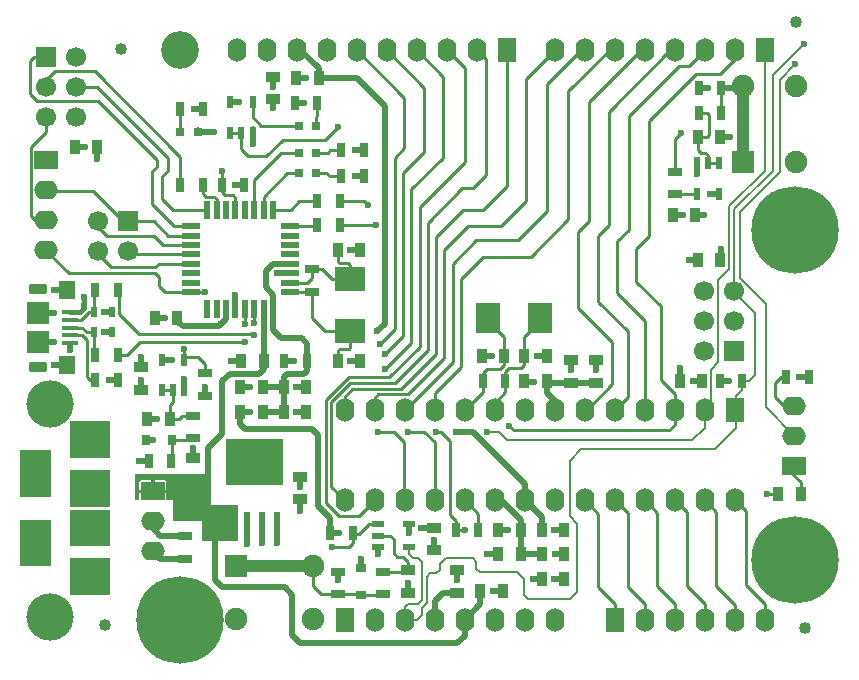
<source format=gtl>
G04 Layer_Physical_Order=1*
G04 Layer_Color=255*
%FSLAX44Y44*%
%MOMM*%
G71*
G01*
G75*
%ADD10R,0.9000X1.3000*%
%ADD11R,1.3000X0.9000*%
%ADD12R,0.6000X0.9000*%
%ADD13R,1.3000X0.7000*%
%ADD14R,0.7000X1.3000*%
%ADD15R,0.5500X1.5000*%
%ADD16R,1.5000X0.5500*%
%ADD17R,2.5000X1.0000*%
%ADD18R,0.6000X1.1000*%
%ADD19R,1.1000X0.6000*%
%ADD20C,1.0160*%
%ADD21R,1.6000X3.0000*%
%ADD22R,0.8500X0.6500*%
%ADD23R,0.6500X0.8500*%
%ADD24R,0.8000X0.8000*%
%ADD25R,0.6000X2.2000*%
%ADD26R,3.4500X2.1500*%
%ADD27R,1.3500X0.4000*%
%ADD28R,1.4000X1.6000*%
%ADD29R,1.9000X1.9000*%
%ADD30R,2.6000X2.0000*%
%ADD31R,2.0000X2.6000*%
%ADD32C,0.2500*%
%ADD33C,0.2000*%
%ADD34C,0.5000*%
%ADD35C,0.4000*%
%ADD36C,0.2540*%
%ADD37C,1.0000*%
%ADD38C,1.9000*%
%ADD39R,1.9000X1.9000*%
%ADD40R,1.6000X2.0000*%
%ADD41O,1.6000X2.0000*%
G04:AMPARAMS|DCode=42|XSize=1.6mm|YSize=0.9mm|CornerRadius=0.315mm|HoleSize=0mm|Usage=FLASHONLY|Rotation=0.000|XOffset=0mm|YOffset=0mm|HoleType=Round|Shape=RoundedRectangle|*
%AMROUNDEDRECTD42*
21,1,1.6000,0.2700,0,0,0.0*
21,1,0.9700,0.9000,0,0,0.0*
1,1,0.6300,0.4850,-0.1350*
1,1,0.6300,-0.4850,-0.1350*
1,1,0.6300,-0.4850,0.1350*
1,1,0.6300,0.4850,0.1350*
%
%ADD42ROUNDEDRECTD42*%
%ADD43R,2.0000X1.6000*%
%ADD44O,2.0000X1.6000*%
%ADD45C,7.4000*%
%ADD46C,3.2000*%
%ADD47C,1.7000*%
%ADD48R,1.7000X1.7000*%
%ADD49R,1.7000X1.7000*%
%ADD50C,4.0000*%
%ADD51C,0.6000*%
G36*
X171000Y152000D02*
Y128000D01*
X194000D01*
Y97000D01*
X164000Y97000D01*
X164000Y114000D01*
X139000D01*
X139000Y132000D01*
X133624D01*
Y137900D01*
X110376D01*
Y132000D01*
X107000D01*
X107000Y154000D01*
X167000D01*
X171000Y152000D01*
D02*
G37*
G36*
X86000Y126500D02*
X52000D01*
Y157500D01*
X86000D01*
Y126500D01*
D02*
G37*
G36*
Y93000D02*
X52000D01*
Y124000D01*
X86000D01*
Y93000D01*
D02*
G37*
G36*
Y52000D02*
X52000D01*
Y83000D01*
X86000D01*
Y52000D01*
D02*
G37*
G36*
X36000Y76000D02*
X10000D01*
Y115000D01*
X36000D01*
Y76000D01*
D02*
G37*
G36*
X232000Y145000D02*
X184000D01*
X184000Y184000D01*
X232000D01*
X232000Y145000D01*
D02*
G37*
G36*
X86000Y168000D02*
X52000D01*
Y199000D01*
X86000D01*
Y168000D01*
D02*
G37*
G36*
X36000Y135000D02*
X10000D01*
Y174000D01*
X36000D01*
Y135000D01*
D02*
G37*
%LPC*%
G36*
X120500Y149024D02*
X112000D01*
X110852Y148548D01*
X110376Y147400D01*
Y140900D01*
X120500D01*
Y149024D01*
D02*
G37*
G36*
X132000D02*
X123500D01*
Y140900D01*
X133624D01*
Y147400D01*
X133148Y148548D01*
X132000Y149024D01*
D02*
G37*
%LPD*%
D10*
X196000Y207000D02*
D03*
X215000D02*
D03*
X470500Y86000D02*
D03*
X451500D02*
D03*
X297500Y250000D02*
D03*
X278500D02*
D03*
X297500Y344000D02*
D03*
X278500D02*
D03*
X142500Y286000D02*
D03*
X123500D02*
D03*
X197000Y250000D02*
D03*
X216000D02*
D03*
X196000Y228000D02*
D03*
X215000D02*
D03*
X252000D02*
D03*
X233000D02*
D03*
X602500Y439000D02*
D03*
X583500D02*
D03*
X562500Y373000D02*
D03*
X581500D02*
D03*
X455500Y254000D02*
D03*
X436500D02*
D03*
X400500D02*
D03*
X419500D02*
D03*
X470500Y107000D02*
D03*
X451500D02*
D03*
X414500D02*
D03*
X433500D02*
D03*
X436500Y233000D02*
D03*
X455500D02*
D03*
X568000D02*
D03*
X587000D02*
D03*
X56000Y431000D02*
D03*
X75000D02*
D03*
X117500Y201000D02*
D03*
X136500D02*
D03*
X670500Y137000D02*
D03*
X651500D02*
D03*
X418500Y55000D02*
D03*
X399500D02*
D03*
X470500Y65000D02*
D03*
X451500D02*
D03*
X233000Y207000D02*
D03*
X252000D02*
D03*
X414500Y86000D02*
D03*
X433500D02*
D03*
X262500Y489000D02*
D03*
X243500D02*
D03*
X583500Y335000D02*
D03*
X602500D02*
D03*
D11*
X497000Y250500D02*
D03*
Y231500D02*
D03*
X224000Y490500D02*
D03*
Y471500D02*
D03*
X338000Y53500D02*
D03*
Y72500D02*
D03*
X360000Y89500D02*
D03*
Y108500D02*
D03*
X112000Y225500D02*
D03*
Y244500D02*
D03*
X380000Y72500D02*
D03*
Y53500D02*
D03*
X247000Y132500D02*
D03*
Y151500D02*
D03*
X156000Y168000D02*
D03*
Y149000D02*
D03*
X476000Y250500D02*
D03*
Y231500D02*
D03*
D12*
X87500Y291000D02*
D03*
X72500D02*
D03*
X87500Y274000D02*
D03*
X72500D02*
D03*
D13*
X166000Y239500D02*
D03*
Y220500D02*
D03*
X279000Y52500D02*
D03*
Y71500D02*
D03*
X257000Y308500D02*
D03*
Y327500D02*
D03*
X564000Y410000D02*
D03*
Y391000D02*
D03*
X317000Y52500D02*
D03*
Y71500D02*
D03*
X149000Y101500D02*
D03*
Y82500D02*
D03*
X149000Y120500D02*
D03*
Y101500D02*
D03*
X156000Y184500D02*
D03*
Y203500D02*
D03*
D14*
X621000Y233000D02*
D03*
X602000D02*
D03*
X603500Y481000D02*
D03*
X584500D02*
D03*
X291500Y104000D02*
D03*
X272500D02*
D03*
X137500Y165000D02*
D03*
X118500D02*
D03*
X281500Y406000D02*
D03*
X300500D02*
D03*
X92500Y234000D02*
D03*
X73500D02*
D03*
X281500Y428000D02*
D03*
X300500D02*
D03*
X199500Y399000D02*
D03*
X180500D02*
D03*
X73500Y255000D02*
D03*
X92500D02*
D03*
X73500Y310000D02*
D03*
X92500D02*
D03*
X261500Y468000D02*
D03*
X242500D02*
D03*
X164500Y399000D02*
D03*
X145500D02*
D03*
X233500Y250000D02*
D03*
X252500D02*
D03*
X603500Y460000D02*
D03*
X584500D02*
D03*
X420500Y233000D02*
D03*
X401500D02*
D03*
X397500Y107000D02*
D03*
X378500D02*
D03*
X145500Y463000D02*
D03*
X164500D02*
D03*
X677500Y236000D02*
D03*
X658500D02*
D03*
X261500Y385000D02*
D03*
X280500D02*
D03*
X261500Y365000D02*
D03*
X280500D02*
D03*
D15*
X224000Y294000D02*
D03*
X216000D02*
D03*
X208000D02*
D03*
X200000D02*
D03*
X192000D02*
D03*
X184000D02*
D03*
X176000D02*
D03*
X168000D02*
D03*
Y378000D02*
D03*
X176000D02*
D03*
X184000D02*
D03*
X192000D02*
D03*
X200000D02*
D03*
X208000D02*
D03*
X216000D02*
D03*
X224000D02*
D03*
D16*
X154000Y308000D02*
D03*
Y316000D02*
D03*
Y324000D02*
D03*
Y332000D02*
D03*
Y340000D02*
D03*
Y348000D02*
D03*
Y356000D02*
D03*
Y364000D02*
D03*
X238000D02*
D03*
Y356000D02*
D03*
Y348000D02*
D03*
Y340000D02*
D03*
Y332000D02*
D03*
Y324000D02*
D03*
Y316000D02*
D03*
Y308000D02*
D03*
D17*
X23000Y109500D02*
D03*
Y140500D02*
D03*
D18*
X187500Y443000D02*
D03*
X197000D02*
D03*
X206500D02*
D03*
X187500Y469000D02*
D03*
X206500D02*
D03*
X601500Y417000D02*
D03*
X592000D02*
D03*
X582500D02*
D03*
X601500Y391000D02*
D03*
X582500D02*
D03*
X129500Y225000D02*
D03*
X139000D02*
D03*
X148500D02*
D03*
X129500Y251000D02*
D03*
X148500D02*
D03*
D19*
X313000Y111500D02*
D03*
Y102000D02*
D03*
Y92500D02*
D03*
X339000Y111500D02*
D03*
Y92500D02*
D03*
D20*
X674000Y24000D02*
D03*
X667000Y537000D02*
D03*
X95000Y514000D02*
D03*
X82000Y26000D02*
D03*
D21*
X70000Y67500D02*
D03*
Y108500D02*
D03*
Y183500D02*
D03*
Y142500D02*
D03*
D22*
X298000Y51750D02*
D03*
Y74250D02*
D03*
D23*
X138500Y183000D02*
D03*
X116000D02*
D03*
D24*
X160500Y444000D02*
D03*
X145500D02*
D03*
X260500Y409000D02*
D03*
X245500D02*
D03*
X260500Y426000D02*
D03*
X245500D02*
D03*
X260500Y449000D02*
D03*
X245500D02*
D03*
D25*
X176600Y111000D02*
D03*
X189300D02*
D03*
X202000D02*
D03*
X214700D02*
D03*
X227400D02*
D03*
D26*
X202000Y173000D02*
D03*
D27*
X52000Y291000D02*
D03*
Y284500D02*
D03*
Y278000D02*
D03*
Y271500D02*
D03*
Y265000D02*
D03*
D28*
X49750Y246000D02*
D03*
Y310000D02*
D03*
D29*
X25250Y290000D02*
D03*
Y266000D02*
D03*
X622000Y418000D02*
D03*
D30*
X289000Y275000D02*
D03*
Y319000D02*
D03*
D31*
X450000Y286000D02*
D03*
X406000D02*
D03*
D32*
X195500Y207000D02*
Y208000D01*
X647500Y137000D02*
X649500Y135000D01*
X291500Y103000D02*
X297000D01*
X642000Y137000D02*
X647500D01*
X213500Y250000D02*
X216000Y252500D01*
X279000Y52500D02*
X297250D01*
X298000Y51750D01*
X31600Y443600D02*
Y456600D01*
X18750Y430750D02*
X31600Y443600D01*
X18750Y372250D02*
Y430750D01*
Y372250D02*
X22800Y368200D01*
X32000Y393600D02*
X71400D01*
X97000Y368000D01*
X327000Y231000D02*
X355000Y259000D01*
X289262Y231000D02*
X327000D01*
X273130Y214868D02*
X289262Y231000D01*
X291000Y226000D02*
X332000D01*
X284400Y219400D02*
X291000Y226000D01*
X312450Y221450D02*
X338450D01*
X309800Y218800D02*
X312450Y221450D01*
X332000Y226000D02*
X362000Y256000D01*
X268590Y216749D02*
X287841Y236000D01*
X322000D01*
X348000Y262000D01*
Y380000D01*
X355000Y259000D02*
Y367000D01*
X362000Y256000D02*
Y355000D01*
X376000Y249000D02*
Y332000D01*
X335200Y208200D02*
X376000Y249000D01*
X369000Y252000D02*
Y344000D01*
X338450Y221450D02*
X369000Y252000D01*
X383000Y245000D02*
Y319000D01*
X360600Y222600D02*
X383000Y245000D01*
X360600Y208200D02*
Y222600D01*
X563800Y195800D02*
Y208200D01*
X559000Y191000D02*
X563800Y195800D01*
X428000Y191000D02*
X559000D01*
X180500Y399000D02*
Y410500D01*
X22800Y368200D02*
X32000D01*
X323000Y102000D02*
X326000Y99000D01*
Y87000D02*
Y99000D01*
Y87000D02*
X329000Y84000D01*
X338000Y72500D02*
Y80000D01*
X334000Y84000D02*
X338000Y80000D01*
X329000Y84000D02*
X334000D01*
X593000Y441000D02*
Y458000D01*
X591000Y439000D02*
X593000Y441000D01*
X583500Y439000D02*
X591000D01*
X591000Y460000D02*
X593000Y458000D01*
X586000Y426000D02*
X590000D01*
X583500Y428500D02*
X586000Y426000D01*
X583500Y428500D02*
Y439000D01*
X280500Y365000D02*
X311000D01*
X362000Y190000D02*
X366000D01*
X313000D02*
X326000D01*
X335000Y132200D02*
Y181000D01*
X326000Y190000D02*
X335000Y181000D01*
X338000Y190000D02*
X352000D01*
X361000Y132400D02*
Y181000D01*
X352000Y190000D02*
X361000Y181000D01*
X374000Y119000D02*
Y182000D01*
X366000Y190000D02*
X374000Y182000D01*
X200000Y281000D02*
Y294000D01*
X93770Y289230D02*
Y308730D01*
X124000Y329000D02*
X127000Y332000D01*
X87000Y329000D02*
X124000D01*
X123000Y368000D02*
X135000Y356000D01*
X101000Y368000D02*
X123000D01*
X130000Y387000D02*
X139000Y378000D01*
X130000Y387000D02*
Y406000D01*
X121000Y383000D02*
X140000Y364000D01*
X121000Y383000D02*
Y410000D01*
X135000Y411000D02*
Y422000D01*
X130000Y406000D02*
X135000Y411000D01*
X76000Y470000D02*
X126000Y420000D01*
Y415000D02*
Y420000D01*
X121000Y410000D02*
X126000Y415000D01*
X75000Y482000D02*
X135000Y422000D01*
X424000Y195000D02*
X428000Y191000D01*
X589200Y30400D02*
Y43800D01*
X563800Y30400D02*
Y44200D01*
X614600Y30400D02*
Y43400D01*
X640000Y30400D02*
Y44000D01*
X123000Y356000D02*
X131000Y348000D01*
X83000Y356000D02*
X123000D01*
X75600Y363400D02*
X83000Y356000D01*
X24000Y470000D02*
X76000D01*
X18000Y504000D02*
X21400Y507400D01*
X18000Y476000D02*
Y504000D01*
Y476000D02*
X24000Y470000D01*
X21400Y507400D02*
X31600D01*
X145500Y399000D02*
Y422692D01*
X73192Y495000D02*
X145500Y422692D01*
X57000Y482000D02*
X75000D01*
X122000Y136000D02*
Y139400D01*
X111000Y266000D02*
X200000D01*
X100000Y255000D02*
X111000Y266000D01*
X92500Y255000D02*
X100000D01*
X92500Y310000D02*
X93770Y308730D01*
X68000Y291000D02*
X72500D01*
X61500Y284500D02*
X68000Y291000D01*
X52000Y284500D02*
X61500D01*
X166000Y239500D02*
Y247000D01*
X160000Y253000D02*
X166000Y247000D01*
X150500Y253000D02*
X160000D01*
X309800Y208200D02*
Y218800D01*
X284400Y208200D02*
Y219400D01*
X49750Y249250D02*
X52000Y251500D01*
X49750Y306750D02*
Y310000D01*
X206500Y456500D02*
Y469000D01*
X592000Y417000D02*
X601500D01*
X564000Y391000D02*
X582500D01*
X208000Y378000D02*
Y403000D01*
X216000Y389000D02*
X236000Y409000D01*
X216000Y378000D02*
Y389000D01*
X552000Y233375D02*
X563800Y221576D01*
X587000Y233000D02*
X588600Y234600D01*
X268590Y129872D02*
Y216749D01*
Y129872D02*
X279732Y118730D01*
X338500Y112000D02*
X339000Y111500D01*
X589200Y208200D02*
X591443D01*
X145500Y444000D02*
X145500Y444000D01*
Y463000D01*
X268000Y437000D02*
X279000Y448000D01*
X232000Y437000D02*
X268000D01*
X218000Y423000D02*
X232000Y437000D01*
X203000Y423000D02*
X218000D01*
X197000Y429000D02*
X203000Y423000D01*
X197000Y429000D02*
Y443000D01*
X214000Y449000D02*
X245500D01*
X335000Y132200D02*
X335200Y132000D01*
X360600D02*
X361000Y132400D01*
X374000Y119000D02*
X378500Y114500D01*
Y107000D02*
Y114500D01*
X487600Y208200D02*
X489324D01*
X563800D02*
Y221576D01*
X397500Y107000D02*
Y120500D01*
X386000Y132000D02*
X397500Y120500D01*
X317000Y71500D02*
X337000D01*
X338000Y72500D01*
X313000Y102000D02*
X323000D01*
X316250Y51750D02*
X317000Y52500D01*
X146500Y203500D02*
X155000D01*
X144000Y201000D02*
X146500Y203500D01*
X136500Y201000D02*
X144000D01*
X136500D02*
Y212500D01*
X139000Y215000D01*
Y225000D01*
X129500D02*
X139000D01*
X649500Y135000D02*
X651500Y137000D01*
X280500Y385000D02*
X301000D01*
X304000Y382000D01*
X238000Y308000D02*
X238500Y308500D01*
X168000Y378000D02*
X168000Y378000D01*
X236000Y409000D02*
X245500D01*
X231000Y426000D02*
X245500D01*
X208000Y403000D02*
X231000Y426000D01*
X72500Y309000D02*
X73500Y310000D01*
X72500Y256000D02*
Y274000D01*
Y256000D02*
X73500Y255000D01*
X66730Y236270D02*
X69000Y234000D01*
X73500D01*
X273130Y143270D02*
Y214868D01*
X148500Y251000D02*
Y259500D01*
Y251000D02*
X150500Y253000D01*
X238000Y364000D02*
X260500D01*
X261500Y365000D01*
X224000Y378000D02*
X239000D01*
X246000Y385000D01*
X261500D01*
X207730Y272270D02*
X208000Y272000D01*
Y282000D02*
Y294000D01*
X72500Y291000D02*
Y309000D01*
X66730Y236270D02*
Y267270D01*
X52000Y271500D02*
X62500D01*
X66730Y267270D01*
X23000Y45000D02*
X35000Y33000D01*
X238000Y316000D02*
X253000D01*
X257000Y320000D01*
Y327500D01*
X265500D01*
X274000Y319000D01*
X289000D01*
X298000Y51750D02*
X316250D01*
X257500Y59500D02*
X264500Y52500D01*
X279000D01*
X340000Y507640D02*
X345360Y513000D01*
X122000Y113000D02*
Y114000D01*
X214700Y111000D02*
X215000Y110700D01*
X257500Y59500D02*
Y76500D01*
X187500Y443000D02*
X197000D01*
X278500Y344000D02*
Y346000D01*
X470500Y86000D02*
X470500D01*
X149000Y82500D02*
X149500Y82000D01*
X97000Y368000D02*
X101000D01*
X75600Y363400D02*
Y368000D01*
X101000Y342600D02*
X103600Y340000D01*
X260500Y409000D02*
X269000D01*
X272000Y406000D01*
X279500D01*
X260500Y426000D02*
X270000D01*
X272000Y428000D01*
X281500D01*
X238500Y308500D02*
X255500D01*
X257000Y286000D02*
Y308500D01*
Y286000D02*
X268000Y275000D01*
X289000D01*
Y261000D02*
Y275000D01*
X288000Y260000D02*
X289000Y261000D01*
X280000Y260000D02*
X288000D01*
X278500Y258500D02*
X280000Y260000D01*
X278500Y250000D02*
Y258500D01*
X287000Y333000D02*
X289000Y331000D01*
Y319000D02*
Y331000D01*
X278500Y334500D02*
Y344000D01*
Y334500D02*
X280000Y333000D01*
X287000D01*
X49750Y246000D02*
Y249250D01*
X154000Y308000D02*
X166000D01*
X66420Y274000D02*
X72500D01*
X52000Y278000D02*
X62421D01*
X66420Y274000D01*
X661000Y157000D02*
X665000Y161000D01*
X670500Y137000D02*
Y147500D01*
X273130Y143270D02*
X284400Y132000D01*
X590000Y426000D02*
X592000Y424000D01*
Y417000D02*
Y424000D01*
X584500Y460000D02*
X591000D01*
X564000Y410000D02*
Y438000D01*
X569000Y443000D01*
X436500Y270500D02*
X450000Y284000D01*
X436500Y254000D02*
Y270500D01*
X406000Y284000D02*
X419500Y270500D01*
Y254000D02*
Y270500D01*
X436500Y246500D02*
Y254000D01*
X420500Y233000D02*
Y240854D01*
X434000Y244000D02*
X436500Y246500D01*
X420500Y240854D02*
X423646Y244000D01*
X434000D01*
X419500Y246500D02*
Y254000D01*
X404770Y242770D02*
X415770D01*
X419500Y246500D01*
X401500Y233000D02*
Y239500D01*
X404770Y242770D01*
X206500Y456500D02*
X214000Y449000D01*
X261500Y468000D02*
Y469000D01*
X260500Y447000D02*
X260500Y447000D01*
X261500Y457500D02*
Y468000D01*
X260000Y456000D02*
X261500Y457500D01*
X260000Y449900D02*
Y456000D01*
X260500Y449000D02*
X260900D01*
X164500Y391500D02*
Y399000D01*
Y391500D02*
X167000Y389000D01*
X174000D01*
X176000Y387000D01*
Y378000D02*
Y387000D01*
X192000Y378000D02*
Y388000D01*
X180500Y392500D02*
Y399000D01*
Y392500D02*
X183000Y390000D01*
X190000D01*
X192000Y388000D01*
X138500Y183000D02*
X153500D01*
X155000Y184500D01*
X137500Y165000D02*
X138500Y166000D01*
Y183000D01*
X451500Y65000D02*
Y67000D01*
X279000Y71500D02*
Y73031D01*
X649000Y219000D02*
X656200Y211800D01*
X649000Y219000D02*
Y231000D01*
X654000Y236000D01*
X658500D01*
X656200Y211800D02*
X665000D01*
X274000Y92000D02*
X288000D01*
X291500Y95500D01*
X305500Y111500D02*
X313000D01*
X279732Y118730D02*
X296530D01*
X309800Y132000D01*
X291500Y103000D02*
Y104000D01*
X297000Y103000D02*
X305500Y111500D01*
X291500Y95500D02*
Y103000D01*
X622000Y481000D02*
Y483000D01*
X603500Y460000D02*
Y481000D01*
X386000Y208200D02*
X401500Y223700D01*
Y233000D01*
X411400Y208200D02*
Y214400D01*
X420500Y223500D01*
Y233000D01*
X513000Y208200D02*
X524000Y219200D01*
X31600Y482000D02*
Y487600D01*
X39000Y495000D01*
X73192D01*
X75600Y340400D02*
Y342600D01*
Y340400D02*
X87000Y329000D01*
X25250Y290000D02*
X33000D01*
X25250Y266000D02*
X33000D01*
X489324Y208200D02*
X511000Y229876D01*
X396000Y352000D02*
X431000D01*
X389000Y364000D02*
X417000D01*
X385000Y378000D02*
X402000D01*
X384000Y396000D02*
X393000D01*
X402000Y338000D02*
X442000D01*
X511000Y229876D02*
Y266000D01*
X538400Y208200D02*
Y283600D01*
X515000Y307000D02*
X538400Y283600D01*
X552000Y233375D02*
Y296000D01*
X531000Y317000D02*
X552000Y296000D01*
X515000Y307000D02*
Y351000D01*
X499000Y300000D02*
X524000Y275000D01*
Y219200D02*
Y275000D01*
X499000Y300000D02*
Y356000D01*
X531000Y317000D02*
Y345000D01*
X482000Y295000D02*
X511000Y266000D01*
X482000Y295000D02*
Y359000D01*
X396160Y513000D02*
X404000Y505160D01*
X417000Y364000D02*
X438000Y385000D01*
X402000Y378000D02*
X421560Y397560D01*
X393000Y396000D02*
X404000Y407000D01*
X370760Y513000D02*
X386000Y497760D01*
X345360Y513000D02*
X368000Y490360D01*
X438000Y385000D02*
Y488800D01*
X462200Y513000D01*
X421560Y397560D02*
Y513000D01*
X404000Y407000D02*
Y505160D01*
X386000Y418000D02*
Y497760D01*
X368000Y422000D02*
Y490360D01*
X319960Y513000D02*
X352000Y480960D01*
Y427000D02*
Y480960D01*
X294560Y513000D02*
X335000Y472560D01*
Y430000D02*
Y472560D01*
X531000Y345000D02*
X542000Y356000D01*
X515000Y351000D02*
X525000Y361000D01*
X499000Y356000D02*
X508000Y365000D01*
X482000Y359000D02*
X491000Y368000D01*
X442000Y338000D02*
X474000Y370000D01*
X538400Y30400D02*
Y43600D01*
X513000Y30400D02*
Y44000D01*
X487600Y132000D02*
X499000Y120600D01*
Y58000D02*
X513000Y44000D01*
X499000Y58000D02*
Y120600D01*
X524000Y58000D02*
X538400Y43600D01*
X524000Y58000D02*
Y121000D01*
X513000Y132000D02*
X524000Y121000D01*
X549000Y59000D02*
X563800Y44200D01*
X549000Y59000D02*
Y121400D01*
X538400Y132000D02*
X549000Y121400D01*
X574000Y59000D02*
X589200Y43800D01*
X574000Y59000D02*
Y121800D01*
X563800Y132000D02*
X574000Y121800D01*
X599000Y59000D02*
X614600Y43400D01*
X599000Y59000D02*
Y122200D01*
X589200Y132000D02*
X599000Y122200D01*
X624000Y60000D02*
X640000Y44000D01*
X624000Y60000D02*
Y122600D01*
X614600Y132000D02*
X624000Y122600D01*
X474000Y370000D02*
Y478000D01*
X491000Y368000D02*
Y469000D01*
X431000Y352000D02*
X456000Y377000D01*
Y484000D01*
X581904Y493000D02*
X602000D01*
X542000Y356000D02*
Y453096D01*
X581904Y493000D01*
X508000Y365000D02*
Y461000D01*
X575930Y499730D02*
X589200Y513000D01*
X525000Y361000D02*
Y457000D01*
X567730Y499730D01*
X575930D01*
X319000Y243000D02*
X341000Y265000D01*
Y395000D01*
X368000Y422000D01*
X319000Y256000D02*
X334000Y271000D01*
Y409000D01*
X352000Y427000D01*
X314000Y264000D02*
X327000Y277000D01*
Y422000D01*
X335000Y430000D01*
X348000Y380000D02*
X386000Y418000D01*
X355000Y367000D02*
X384000Y396000D01*
X362000Y355000D02*
X385000Y378000D01*
X369000Y344000D02*
X389000Y364000D01*
X376000Y332000D02*
X396000Y352000D01*
X383000Y319000D02*
X402000Y338000D01*
X103600Y340000D02*
X154000D01*
X127000Y332000D02*
X154000D01*
X140000Y364000D02*
X154000D01*
X139000Y378000D02*
X168000D01*
X135000Y356000D02*
X154000D01*
X131000Y348000D02*
X154000D01*
X32000Y342800D02*
X50800Y324000D01*
X124000D01*
X127000Y321000D01*
X132000Y308000D02*
X154000D01*
X127000Y313000D02*
Y321000D01*
Y313000D02*
X132000Y308000D01*
X279500Y406000D02*
X281500Y404000D01*
X260000Y449900D02*
X260900Y449000D01*
X260500Y447000D02*
X261300Y448600D01*
X661000Y157000D02*
X670500Y147500D01*
X602000Y493000D02*
X614600Y505600D01*
Y513000D01*
X508000Y461000D02*
X560000Y513000D01*
X563800D01*
X491000Y469000D02*
X535000Y513000D01*
X538400D01*
X474000Y478000D02*
X509000Y513000D01*
X513000D01*
X456000Y484000D02*
X485000Y513000D01*
X487600D01*
X591443Y208200D02*
X595000Y211757D01*
X378500Y107000D02*
X386000D01*
X93770Y289230D02*
X110730Y272270D01*
X207730D01*
D33*
X614400Y308400D02*
Y378400D01*
X616000Y193000D02*
Y209600D01*
X647000Y492000D02*
X673000Y518000D01*
X647000Y411000D02*
Y492000D01*
X614400Y378400D02*
X647000Y411000D01*
X598000Y175000D02*
X616000Y193000D01*
X485000Y175000D02*
X598000D01*
X475000Y165000D02*
X485000Y175000D01*
X422000Y183000D02*
X579000D01*
X415000Y190000D02*
X422000Y183000D01*
X405000Y190000D02*
X415000D01*
X342039Y83000D02*
X347000D01*
X339000Y86039D02*
X342039Y83000D01*
X339000Y86039D02*
Y92500D01*
X347000Y83000D02*
X350000Y80000D01*
X619000Y320263D02*
X641000Y298263D01*
Y210400D02*
Y298263D01*
Y210400D02*
X665000Y186400D01*
X614600Y208200D02*
X616000Y209600D01*
Y220000D01*
X621000Y225000D01*
Y233000D01*
X595000Y242540D02*
X601000Y248540D01*
X579000Y183000D02*
X589200Y193200D01*
X475000Y118125D02*
Y165000D01*
X673000Y518000D02*
X673000D01*
X589200Y193200D02*
Y208200D01*
X349600Y34600D02*
Y40600D01*
X345400Y30400D02*
X349600Y34600D01*
X335200Y30400D02*
X345400D01*
X350000Y47000D02*
Y80000D01*
X347000Y44000D02*
X350000Y47000D01*
X362000Y70000D02*
X365000Y73000D01*
X357000Y70000D02*
X362000D01*
X365000Y73000D02*
Y78000D01*
X354000Y67000D02*
X357000Y70000D01*
X393000Y83000D02*
X396000Y80000D01*
X370000Y83000D02*
X393000D01*
X396000Y74000D02*
Y80000D01*
Y74000D02*
X399000Y71000D01*
X430000D02*
X436000Y65000D01*
X399000Y71000D02*
X430000D01*
X436000Y52000D02*
Y65000D01*
Y52000D02*
X440000Y48000D01*
X632000Y238000D02*
Y290800D01*
X365000Y78000D02*
X370000Y83000D01*
X354000Y45000D02*
Y67000D01*
X349600Y40600D02*
X354000Y45000D01*
X335200Y30400D02*
Y41200D01*
X338000Y44000D01*
X347000D01*
X440000Y48000D02*
X475000D01*
X481000Y54000D02*
Y112125D01*
X475000Y48000D02*
X481000Y54000D01*
X475000Y118125D02*
X481000Y112125D01*
X601000Y318257D02*
X610000Y327257D01*
X601000Y248540D02*
Y318257D01*
X619000Y320263D02*
Y376000D01*
X653000Y410000D01*
X640000Y411000D02*
Y513000D01*
X610000Y327257D02*
Y381000D01*
X640000Y411000D01*
X621000Y233000D02*
X627000D01*
X632000Y238000D01*
X614400Y308400D02*
X632000Y290800D01*
X653000Y410000D02*
Y488000D01*
X666000Y501000D01*
X595000Y211757D02*
Y242540D01*
D34*
X436500Y232000D02*
X445000D01*
X69000Y182500D02*
X69500Y182000D01*
X247000Y11000D02*
X380000D01*
X240000Y18000D02*
X247000Y11000D01*
X240000Y18000D02*
Y52000D01*
X380000Y11000D02*
X386000Y17000D01*
X360000Y89500D02*
Y98000D01*
X313000Y86000D02*
Y92500D01*
X206500Y433500D02*
Y443000D01*
Y446000D01*
X122000Y108000D02*
Y113000D01*
X128500Y101500D02*
X149000D01*
X122000Y108000D02*
X128500Y101500D01*
X128100Y82500D02*
X149000D01*
X122000Y88600D02*
X128100Y82500D01*
X582500Y408500D02*
Y417000D01*
X178000Y279000D02*
X180000Y281000D01*
X147500Y279000D02*
X178000D01*
X144500Y282000D02*
X147500Y279000D01*
X497000Y242000D02*
Y250500D01*
X457000Y231500D02*
X476000D01*
X455500Y222500D02*
Y233000D01*
Y222500D02*
X462200Y215800D01*
X393000Y190000D02*
X437000Y146000D01*
X379000Y190000D02*
X393000D01*
X202000Y95000D02*
Y111000D01*
X214700Y95300D02*
Y111000D01*
X233500Y250000D02*
X242000D01*
X148500Y225000D02*
Y234500D01*
X166000Y220500D02*
Y228000D01*
X476000Y242000D02*
Y249500D01*
X568000Y237500D02*
Y244000D01*
X437000Y132200D02*
Y146000D01*
X436800Y132000D02*
X437000Y132200D01*
X436800Y132000D02*
X451500Y117300D01*
X433500Y107000D02*
Y115500D01*
X417000Y132000D02*
X433500Y115500D01*
X349500Y108500D02*
X360000D01*
X360600Y46600D02*
X367500Y53500D01*
X360600Y30400D02*
Y46600D01*
X367500Y53500D02*
X380000D01*
X399500Y43900D02*
Y55000D01*
X386000Y30400D02*
X399500Y43900D01*
X234000Y58000D02*
X240000Y52000D01*
X181000Y58000D02*
X234000D01*
X175000Y64000D02*
X181000Y58000D01*
X175000Y64000D02*
Y109400D01*
X176600Y111000D01*
X386000Y17000D02*
Y30400D01*
X227400Y95300D02*
Y111000D01*
X164000Y148000D02*
X169000Y153000D01*
Y176000D01*
X122000Y139400D02*
X122400Y139000D01*
X169000Y176000D02*
X181000Y188000D01*
Y233000D01*
X187000Y239000D01*
X212000D01*
X216000Y243000D01*
Y250000D01*
X156000Y168000D02*
Y176000D01*
X196000Y207000D02*
X204000D01*
X451500Y107000D02*
Y117300D01*
X433500Y86000D02*
Y107000D01*
Y86000D02*
X451500D01*
X184000Y285000D02*
Y294000D01*
X338000Y53500D02*
Y62000D01*
X380000Y64000D02*
Y72500D01*
X405000Y86000D02*
X413500D01*
X414500Y107000D02*
X423000D01*
X669000Y236000D02*
X677500D01*
X447000Y254000D02*
X455500D01*
X603000Y336500D02*
Y345000D01*
X562500Y373000D02*
X571000D01*
X602500Y439000D02*
X611000D01*
X117500Y201000D02*
X126000D01*
X112000Y225500D02*
Y234000D01*
X85000D02*
X92500D01*
X93500D01*
X289000Y250000D02*
X297500D01*
X289000Y344000D02*
X297500D01*
X243500Y489000D02*
X252000D01*
X224000Y482000D02*
Y490500D01*
X56000Y431000D02*
X56001Y431001D01*
X64500D01*
X247000Y143000D02*
Y151500D01*
X192000Y297000D02*
Y305500D01*
X216000Y250000D02*
Y252500D01*
X410000Y55000D02*
X418500D01*
X195500Y228000D02*
X196000D01*
X216000Y252500D02*
Y294000D01*
X215000Y207000D02*
X233000D01*
Y228000D01*
X215000D02*
X233000D01*
Y236000D01*
X236000Y239000D01*
X250000D01*
X252500Y241500D01*
Y250000D01*
X224000Y276000D02*
X231000Y269000D01*
X248000D01*
X252500Y264500D01*
Y250000D02*
Y264500D01*
X187500Y469000D02*
X195000D01*
X584500Y481000D02*
X592000D01*
X581500Y373000D02*
X589000D01*
X242500Y468000D02*
X250000D01*
X224000Y464000D02*
Y471500D01*
X279000Y64000D02*
Y71500D01*
X462000Y65000D02*
X470500D01*
X462000Y107000D02*
X470500D01*
X81000Y274000D02*
X87500D01*
X81000Y291000D02*
X87500D01*
X123500Y286000D02*
X132000D01*
X188500Y250000D02*
X197000D01*
X196000Y228000D02*
X204500D01*
X243500Y207000D02*
X252000D01*
X243500Y228000D02*
X252000D01*
X129500Y251000D02*
X138000D01*
X116000Y183000D02*
X122000D01*
X31000Y290000D02*
X38500D01*
X33000Y266000D02*
X38500D01*
X38500Y310000D02*
X46000D01*
X38500Y246000D02*
X46000D01*
X52000Y259000D02*
Y264000D01*
X180000Y281000D02*
X184000Y285000D01*
X602000Y233000D02*
X609500D01*
X262000Y127000D02*
X272500Y116500D01*
X400500Y254000D02*
X409000D01*
X272500Y104000D02*
X280000D01*
X594000Y391000D02*
X601500D01*
X579500Y233000D02*
X587000D01*
X293000Y428000D02*
X300500D01*
X293000Y406000D02*
X300500D01*
X576000Y335000D02*
X583500D01*
X463000Y86000D02*
X470500D01*
X444000Y65000D02*
X451500D01*
X272500Y104000D02*
Y116500D01*
X192000Y399000D02*
X199500D01*
X157000Y463000D02*
X164500D01*
X75000Y420500D02*
Y431000D01*
X112000Y244500D02*
Y253000D01*
X110000Y165000D02*
X118500D01*
X247000Y123000D02*
Y132500D01*
X298000Y74250D02*
Y81750D01*
X262500Y489000D02*
Y497500D01*
X476000Y231500D02*
X497000D01*
X224000Y294000D02*
Y306000D01*
X218000Y312000D02*
X224000Y306000D01*
X218000Y312000D02*
Y326000D01*
X224000Y332000D01*
X160500Y444000D02*
Y445000D01*
Y444000D02*
X174000D01*
X312000Y275000D02*
X318500Y281500D01*
X603500Y481000D02*
X622000D01*
X227000Y324000D02*
X238000D01*
X224000Y276000D02*
Y294000D01*
X224000Y332000D02*
X238000D01*
X462200Y208200D02*
Y215800D01*
X247000Y513000D02*
X262500Y497500D01*
X318500Y281500D02*
Y465500D01*
X262500Y489000D02*
X295000D01*
X318500Y465500D01*
X196000Y196000D02*
Y207000D01*
Y196000D02*
X200000Y192000D01*
X262000Y127000D02*
Y187000D01*
X200000Y192000D02*
X257000D01*
X262000Y187000D01*
X339000Y104000D02*
Y111500D01*
D35*
X64000Y295000D02*
Y296000D01*
X60000Y291000D02*
X64000Y295000D01*
Y296000D02*
Y304000D01*
X52000Y291000D02*
X60000D01*
D36*
X411400Y132000D02*
X417000D01*
X451500Y86000D02*
X453000Y87500D01*
X243760Y513000D02*
X247000D01*
D37*
X622000Y418000D02*
Y481000D01*
X192500Y76500D02*
X257500D01*
D38*
X622000Y483000D02*
D03*
X667000D02*
D03*
Y418000D02*
D03*
X257500Y76500D02*
D03*
Y31500D02*
D03*
X192500D02*
D03*
D39*
Y76500D02*
D03*
D40*
X614600Y208200D02*
D03*
X421560Y513000D02*
D03*
X513000Y30400D02*
D03*
X640000Y513000D02*
D03*
X284400Y30400D02*
D03*
D41*
X589200Y208200D02*
D03*
X563800D02*
D03*
X538400D02*
D03*
X513000D02*
D03*
X487600D02*
D03*
X462200D02*
D03*
X436800D02*
D03*
X411400D02*
D03*
X386000D02*
D03*
X360600D02*
D03*
X335200D02*
D03*
X309800D02*
D03*
X284400D02*
D03*
X614600Y132000D02*
D03*
X589200D02*
D03*
X563800D02*
D03*
X538400D02*
D03*
X513000D02*
D03*
X487600D02*
D03*
X462200D02*
D03*
X436800D02*
D03*
X411400D02*
D03*
X386000D02*
D03*
X360600D02*
D03*
X335200D02*
D03*
X309800D02*
D03*
X284400D02*
D03*
X192960Y513000D02*
D03*
X218360D02*
D03*
X243760D02*
D03*
X269160D02*
D03*
X294560D02*
D03*
X319960D02*
D03*
X345360D02*
D03*
X370760D02*
D03*
X396160D02*
D03*
X538400Y30400D02*
D03*
X563800D02*
D03*
X589200D02*
D03*
X614600D02*
D03*
X640000D02*
D03*
X462200Y513000D02*
D03*
X487600D02*
D03*
X513000D02*
D03*
X538400D02*
D03*
X563800D02*
D03*
X589200D02*
D03*
X614600D02*
D03*
X462200Y30400D02*
D03*
X436800D02*
D03*
X411400D02*
D03*
X386000D02*
D03*
X360600D02*
D03*
X335200D02*
D03*
X309800D02*
D03*
D42*
X25250Y245000D02*
D03*
Y311000D02*
D03*
D43*
X122000Y139400D02*
D03*
X665000Y161000D02*
D03*
X32000Y420000D02*
D03*
D44*
X122000Y114000D02*
D03*
Y88600D02*
D03*
X665000Y186400D02*
D03*
Y211800D02*
D03*
X32000Y394600D02*
D03*
Y369200D02*
D03*
Y343800D02*
D03*
D45*
X665400Y360600D02*
D03*
Y81200D02*
D03*
X144700Y30400D02*
D03*
D46*
Y513000D02*
D03*
D47*
X75600Y342600D02*
D03*
X101000D02*
D03*
X75600Y368000D02*
D03*
X57000Y456600D02*
D03*
Y482000D02*
D03*
Y507400D02*
D03*
X31600Y456600D02*
D03*
Y482000D02*
D03*
X588600Y309000D02*
D03*
Y283600D02*
D03*
Y258200D02*
D03*
X614000Y309000D02*
D03*
Y283600D02*
D03*
D48*
X101000Y368000D02*
D03*
D49*
X31600Y507400D02*
D03*
X614000Y258200D02*
D03*
D50*
X35000Y213000D02*
D03*
Y33000D02*
D03*
D51*
X642000Y137000D02*
D03*
X360000Y98000D02*
D03*
X313000Y86000D02*
D03*
X180500Y410500D02*
D03*
X206500Y433500D02*
D03*
X311000Y365000D02*
D03*
X64000Y296000D02*
D03*
Y304000D02*
D03*
X582500Y408500D02*
D03*
X497000Y242000D02*
D03*
X405000Y190000D02*
D03*
X379000D02*
D03*
X362000D02*
D03*
X313000D02*
D03*
X338000D02*
D03*
X202000Y95000D02*
D03*
X214700Y95300D02*
D03*
X242000Y250000D02*
D03*
X148500Y234500D02*
D03*
X166000Y228000D02*
D03*
X200000Y281000D02*
D03*
X476000Y242000D02*
D03*
X568000Y244000D02*
D03*
X349500Y108500D02*
D03*
X156000Y176000D02*
D03*
X204000Y207000D02*
D03*
X82000Y132000D02*
D03*
Y142000D02*
D03*
Y152000D02*
D03*
X56000D02*
D03*
Y142000D02*
D03*
Y132000D02*
D03*
X82000Y194000D02*
D03*
Y183000D02*
D03*
Y173000D02*
D03*
X56000D02*
D03*
Y183000D02*
D03*
Y194000D02*
D03*
X82000Y67000D02*
D03*
Y57000D02*
D03*
Y78000D02*
D03*
X56000Y57000D02*
D03*
Y67000D02*
D03*
Y78000D02*
D03*
X569000Y443000D02*
D03*
X274000Y92000D02*
D03*
X279000Y448000D02*
D03*
X314000Y264000D02*
D03*
X319000Y256000D02*
D03*
X312000Y275000D02*
D03*
X304000Y382000D02*
D03*
X424000Y195000D02*
D03*
X319000Y243000D02*
D03*
X148500Y259500D02*
D03*
X200000Y266000D02*
D03*
X208000Y272000D02*
D03*
Y282000D02*
D03*
X673000Y518000D02*
D03*
X338000Y62000D02*
D03*
X380000Y64000D02*
D03*
X405000Y86000D02*
D03*
X423000Y107000D02*
D03*
X669000Y236000D02*
D03*
X447000Y254000D02*
D03*
X445000Y232000D02*
D03*
X409000Y254000D02*
D03*
X603000Y345000D02*
D03*
X571000Y373000D02*
D03*
X611000Y439000D02*
D03*
X126000Y201000D02*
D03*
X112000Y234000D02*
D03*
X85000D02*
D03*
X289000Y250000D02*
D03*
Y344000D02*
D03*
X252000Y489000D02*
D03*
X224000Y482000D02*
D03*
X64500Y431001D02*
D03*
X247000Y143000D02*
D03*
X227000Y324000D02*
D03*
X192000Y305500D02*
D03*
X410000Y55000D02*
D03*
X227400Y95300D02*
D03*
X247000Y123000D02*
D03*
X192000Y399000D02*
D03*
X195000Y469000D02*
D03*
X157000Y463000D02*
D03*
X75000Y420500D02*
D03*
X592000Y481000D02*
D03*
X594000Y391000D02*
D03*
X589000Y373000D02*
D03*
X576000Y335000D02*
D03*
X579500Y233000D02*
D03*
X250000Y468000D02*
D03*
X224000Y464000D02*
D03*
X279000Y64000D02*
D03*
X444000Y65000D02*
D03*
X463000Y86000D02*
D03*
X462000Y65000D02*
D03*
Y107000D02*
D03*
X81000Y274000D02*
D03*
Y291000D02*
D03*
X132000Y286000D02*
D03*
X188500Y250000D02*
D03*
X204500Y228000D02*
D03*
X243500Y207000D02*
D03*
Y228000D02*
D03*
X138000Y251000D02*
D03*
X112000Y253000D02*
D03*
X122000Y183000D02*
D03*
X110000Y165000D02*
D03*
X38500Y290000D02*
D03*
Y266000D02*
D03*
X38500Y310000D02*
D03*
Y246000D02*
D03*
X52000Y259000D02*
D03*
X166000Y308000D02*
D03*
X180000Y281000D02*
D03*
X293000Y428000D02*
D03*
Y406000D02*
D03*
X609500Y233000D02*
D03*
X14000Y96000D02*
D03*
X23000D02*
D03*
X32000D02*
D03*
Y83000D02*
D03*
X23000D02*
D03*
X14000D02*
D03*
X56000Y119000D02*
D03*
Y108000D02*
D03*
Y98000D02*
D03*
X82000Y119000D02*
D03*
Y108000D02*
D03*
Y98000D02*
D03*
X280000Y104000D02*
D03*
X14000Y152000D02*
D03*
X23000D02*
D03*
X32000D02*
D03*
Y165000D02*
D03*
X24000D02*
D03*
X14000D02*
D03*
X298000Y81750D02*
D03*
X226000Y166000D02*
D03*
Y154000D02*
D03*
X214000D02*
D03*
X202000D02*
D03*
X190000D02*
D03*
X226000Y178000D02*
D03*
X174000Y444000D02*
D03*
X666000Y501000D02*
D03*
X339000Y104000D02*
D03*
X386000Y107000D02*
D03*
M02*

</source>
